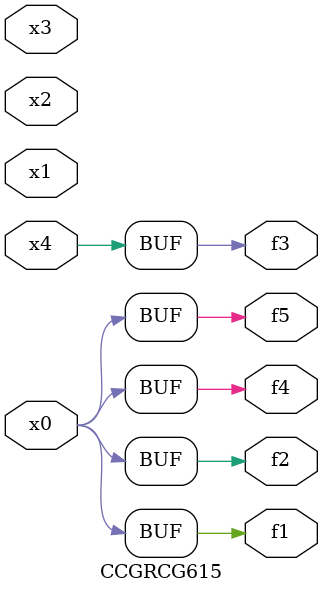
<source format=v>
module CCGRCG615(
	input x0, x1, x2, x3, x4,
	output f1, f2, f3, f4, f5
);
	assign f1 = x0;
	assign f2 = x0;
	assign f3 = x4;
	assign f4 = x0;
	assign f5 = x0;
endmodule

</source>
